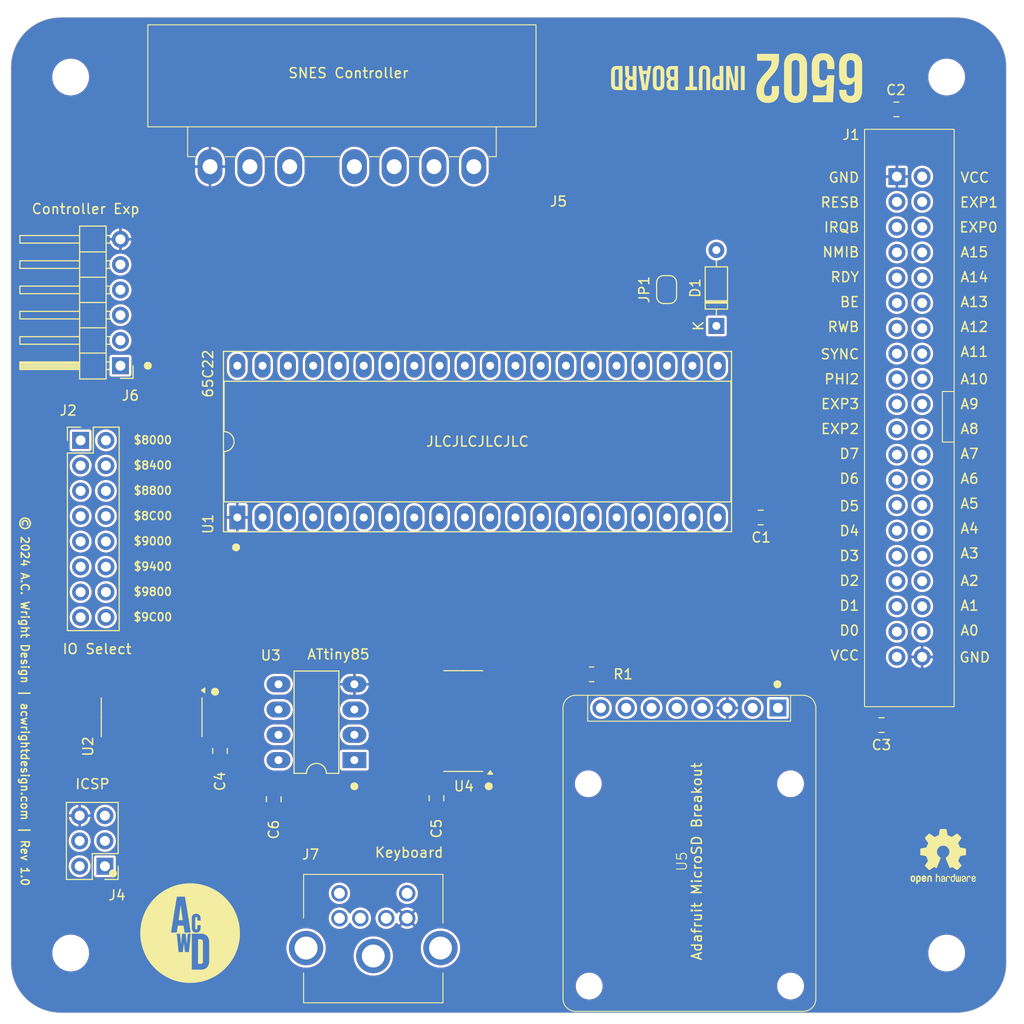
<source format=kicad_pcb>
(kicad_pcb (version 20240108) (generator "pcbnew") (generator_version "8.0")
  (title_block (title "6502 Input Board") (date "2024-06-17") (rev "1.0") (company "A.C. Wright Design"))
  (layers (0 "F.Cu" signal "Top") (31 "B.Cu" signal "Bottom") (34 "B.Paste" user) (35 "F.Paste" user) (36 "B.SilkS" user "B.Silkscreen") (37 "F.SilkS" user "F.Silkscreen") (38 "B.Mask" user) (39 "F.Mask" user) (44 "Edge.Cuts" user))
  (net 0 "")
  (net 1 "GND")
  (net 2 "VCC")
  (net 3 "A0")
  (net 4 "A1")
  (net 5 "A2")
  (net 6 "A3")
  (net 7 "A10")
  (net 8 "A11")
  (net 9 "A12")
  (net 10 "A13")
  (net 11 "A14")
  (net 12 "A15")
  (net 13 "D0")
  (net 14 "D1")
  (net 15 "D2")
  (net 16 "D3")
  (net 17 "D4")
  (net 18 "D5")
  (net 19 "D6")
  (net 20 "D7")
  (net 21 "PHI2")
  (net 22 "RWB")
  (net 23 "RESB")
  (net 24 "IRQB")
  (net 25 "Net-(D1-K)")
  (net 26 "KBD_DATA")
  (net 27 "KBD_CLK")
  (net 28 "CLK")
  (net 29 "DATA")
  (net 30 "PB0")
  (net 31 "PB1")
  (net 32 "PB2")
  (net 33 "PB3")
  (net 34 "/$8000")
  (net 35 "CSB")
  (net 36 "/$9800")
  (net 37 "/$9000")
  (net 38 "/$8400")
  (net 39 "/$8800")
  (net 40 "/$8C00")
  (net 41 "/$9C00")
  (net 42 "/$9400")
  (net 43 "CB1")
  (net 44 "PA0")
  (net 45 "PA7")
  (net 46 "PA4")
  (net 47 "PA3")
  (net 48 "PA5")
  (net 49 "PA6")
  (net 50 "PA1")
  (net 51 "PA2")
  (net 52 "PB5")
  (net 53 "PB7")
  (net 54 "PB6")
  (net 55 "PB4")
  (net 56 "CA1")
  (net 57 "/EXP3")
  (net 58 "/A5")
  (net 59 "/EXP2")
  (net 60 "/A4")
  (net 61 "/EXP1")
  (net 62 "/BE")
  (net 67 "/A7")
  (net 68 "/SYNC")
  (net 69 "/A8")
  (net 70 "/A9")
  (net 71 "/RDY")
  (net 72 "/A6")
  (net 73 "/NMIB")
  (net 74 "/EXP0")
  (footprint "MountingHole:MountingHole_3.2mm_M3" (layer "F.Cu") (at 184 56)
    (property "Reference" "H2" (hide yes))
    (property "Value" "MountingHole" (hide yes))
    (pad "" np_thru_hole circle (at 0 0) (size 3.2 3.2) (drill 3.2) (layers "*.Cu" "*.Mask"))
  )
  (footprint "MountingHole:MountingHole_3.2mm_M3" (layer "F.Cu") (at 96 144)
    (property "Reference" "H4" (hide yes))
    (property "Value" "MountingHole" (hide yes))
    (pad "" np_thru_hole circle (at 0 0) (size 3.2 3.2) (drill 3.2) (layers "*.Cu" "*.Mask"))
  )
  (footprint "MountingHole:MountingHole_3.2mm_M3" (layer "F.Cu") (at 96 56)
    (property "Reference" "H1" (hide yes))
    (property "Value" "MountingHole" (hide yes))
    (pad "" np_thru_hole circle (at 0 0) (size 3.2 3.2) (drill 3.2) (layers "*.Cu" "*.Mask"))
  )
  (footprint "MountingHole:MountingHole_3.2mm_M3" (layer "F.Cu") (at 184 144)
    (property "Reference" "H3" (hide yes))
    (property "Value" "MountingHole" (hide yes))
    (pad "" np_thru_hole circle (at 0 0) (size 3.2 3.2) (drill 3.2) (layers "*.Cu" "*.Mask"))
  )
  (footprint "Capacitor_SMD:C_0805_2012Metric" (layer "F.Cu") (at 111 123.7 -90)
    (property "Reference" "C4" (at 3.05 0 90) (layer "F.SilkS"))
    (property "Value" "100nF" (hide yes))
    (pad "1" smd roundrect (at -0.95 0 270) (size 1 1.45) (layers "F.Cu" "F.Paste" "F.Mask") (net 2 "VCC"))
    (pad "2" smd roundrect (at 0.95 0 270) (size 1 1.45) (layers "F.Cu" "F.Paste" "F.Mask") (net 1 "GND"))
  )
  (footprint "Capacitor_SMD:C_0805_2012Metric" (layer "F.Cu") (at 178.95 59.25 180)
    (property "Reference" "C2" (at 0.05 1.95 0) (layer "F.SilkS"))
    (property "Value" "100nF" (hide yes))
    (pad "1" smd roundrect (at -0.95 0 180) (size 1 1.45) (layers "F.Cu" "F.Paste" "F.Mask") (net 2 "VCC"))
    (pad "2" smd roundrect (at 0.95 0 180) (size 1 1.45) (layers "F.Cu" "F.Paste" "F.Mask") (net 1 "GND"))
  )
  (footprint "Package_SO:SOIC-16_3.9x9.9mm_P1.27mm" (layer "F.Cu") (at 135.445 120.695 180)
    (property "Reference" "U4" (at -0.055 -6.555 0) (layer "F.SilkS"))
    (property "Value" "74HC595" (hide yes))
    (pad "1" smd roundrect (at -2.475 -4.445 180) (size 1.95 0.6) (layers "F.Cu" "F.Paste" "F.Mask") (net 50 "PA1"))
    (pad "2" smd roundrect (at -2.475 -3.175 180) (size 1.95 0.6) (layers "F.Cu" "F.Paste" "F.Mask") (net 51 "PA2"))
    (pad "3" smd roundrect (at -2.475 -1.905 180) (size 1.95 0.6) (layers "F.Cu" "F.Paste" "F.Mask") (net 47 "PA3"))
    (pad "4" smd roundrect (at -2.475 -0.635 180) (size 1.95 0.6) (layers "F.Cu" "F.Paste" "F.Mask") (net 46 "PA4"))
    (pad "5" smd roundrect (at -2.475 0.635 180) (size 1.95 0.6) (layers "F.Cu" "F.Paste" "F.Mask") (net 48 "PA5"))
    (pad "6" smd roundrect (at -2.475 1.905 180) (size 1.95 0.6) (layers "F.Cu" "F.Paste" "F.Mask") (net 49 "PA6"))
    (pad "7" smd roundrect (at -2.475 3.175 180) (size 1.95 0.6) (layers "F.Cu" "F.Paste" "F.Mask") (net 45 "PA7"))
    (pad "8" smd roundrect (at -2.475 4.445 180) (size 1.95 0.6) (layers "F.Cu" "F.Paste" "F.Mask") (net 1 "GND"))
    (pad "9" smd roundrect (at 2.475 4.445 180) (size 1.95 0.6) (layers "F.Cu" "F.Paste" "F.Mask"))
    (pad "10" smd roundrect (at 2.475 3.175 180) (size 1.95 0.6) (layers "F.Cu" "F.Paste" "F.Mask") (net 2 "VCC"))
    (pad "11" smd roundrect (at 2.475 1.905 180) (size 1.95 0.6) (layers "F.Cu" "F.Paste" "F.Mask") (net 28 "CLK"))
    (pad "12" smd roundrect (at 2.475 0.635 180) (size 1.95 0.6) (layers "F.Cu" "F.Paste" "F.Mask") (net 28 "CLK"))
    (pad "13" smd roundrect (at 2.475 -0.635 180) (size 1.95 0.6) (layers "F.Cu" "F.Paste" "F.Mask") (net 1 "GND"))
    (pad "14" smd roundrect (at 2.475 -1.905 180) (size 1.95 0.6) (layers "F.Cu" "F.Paste" "F.Mask") (net 29 "DATA"))
    (pad "15" smd roundrect (at 2.475 -3.175 180) (size 1.95 0.6) (layers "F.Cu" "F.Paste" "F.Mask") (net 44 "PA0"))
    (pad "16" smd roundrect (at 2.475 -4.445 180) (size 1.95 0.6) (layers "F.Cu" "F.Paste" "F.Mask") (net 2 "VCC"))
  )
  (footprint "Connector_PinHeader_2.54mm:PinHeader_2x08_P2.54mm_Vertical" (layer "F.Cu") (at 97 92.5)
    (property "Reference" "J2" (at -1.25 -3 0) (layer "F.SilkS"))
    (property "Value" "Conn_02x08_Odd_Even" (hide yes))
    (pad "1" thru_hole rect (at 0 0) (size 1.7 1.7) (drill 1) (layers "*.Cu" "*.Mask") (net 34 "/$8000"))
    (pad "2" thru_hole oval (at 2.54 0) (size 1.7 1.7) (drill 1) (layers "*.Cu" "*.Mask") (net 35 "CSB"))
    (pad "3" thru_hole oval (at 0 2.54) (size 1.7 1.7) (drill 1) (layers "*.Cu" "*.Mask") (net 38 "/$8400"))
    (pad "4" thru_hole oval (at 2.54 2.54) (size 1.7 1.7) (drill 1) (layers "*.Cu" "*.Mask") (net 35 "CSB"))
    (pad "5" thru_hole oval (at 0 5.08) (size 1.7 1.7) (drill 1) (layers "*.Cu" "*.Mask") (net 39 "/$8800"))
    (pad "6" thru_hole oval (at 2.54 5.08) (size 1.7 1.7) (drill 1) (layers "*.Cu" "*.Mask") (net 35 "CSB"))
    (pad "7" thru_hole oval (at 0 7.62) (size 1.7 1.7) (drill 1) (layers "*.Cu" "*.Mask") (net 40 "/$8C00"))
    (pad "8" thru_hole oval (at 2.54 7.62) (size 1.7 1.7) (drill 1) (layers "*.Cu" "*.Mask") (net 35 "CSB"))
    (pad "9" thru_hole oval (at 0 10.16) (size 1.7 1.7) (drill 1) (layers "*.Cu" "*.Mask") (net 37 "/$9000"))
    (pad "10" thru_hole oval (at 2.54 10.16) (size 1.7 1.7) (drill 1) (layers "*.Cu" "*.Mask") (net 35 "CSB"))
    (pad "11" thru_hole oval (at 0 12.7) (size 1.7 1.7) (drill 1) (layers "*.Cu" "*.Mask") (net 42 "/$9400"))
    (pad "12" thru_hole oval (at 2.54 12.7) (size 1.7 1.7) (drill 1) (layers "*.Cu" "*.Mask") (net 35 "CSB"))
    (pad "13" thru_hole oval (at 0 15.24) (size 1.7 1.7) (drill 1) (layers "*.Cu" "*.Mask") (net 36 "/$9800"))
    (pad "14" thru_hole oval (at 2.54 15.24) (size 1.7 1.7) (drill 1) (layers "*.Cu" "*.Mask") (net 35 "CSB"))
    (pad "15" thru_hole oval (at 0 17.78) (size 1.7 1.7) (drill 1) (layers "*.Cu" "*.Mask") (net 41 "/$9C00"))
    (pad "16" thru_hole oval (at 2.54 17.78) (size 1.7 1.7) (drill 1) (layers "*.Cu" "*.Mask") (net 35 "CSB"))
  )
  (footprint "6502 Logos:6502 Input Board Logo 5mm" (layer "F.Cu") (at 155.526175 56.099803 180)
    (property "Reference" "G***" (hide yes))
    (property "Value" "LOGO" (hide yes))
  )
  (footprint "6502 Parts:Adafruit MicroSD Breakout" (layer "F.Cu") (at 158.16 133.35 90)
    (property "Reference" "U5" (at -1.45 -0.76 90) (layer "F.SilkS") (effects (font (thickness 0.1))))
    (property "Value" "Adafruit MicroSD Breakout" (at -1.45 0.74 90) (layer "F.SilkS"))
    (pad "" np_thru_hole circle (at -13.97 -10.07 90) (size 2.2 2.2) (drill 2.2) (layers "*.Cu" "*.Mask"))
    (pad "" np_thru_hole circle (at -13.97 10.16 90) (size 2.2 2.2) (drill 2.2) (layers "*.Cu" "*.Mask"))
    (pad "" np_thru_hole circle (at 6.35 -10.16 90) (size 2.2 2.2) (drill 2.2) (layers "*.Cu" "*.Mask"))
    (pad "" np_thru_hole circle (at 6.35 10.16 90) (size 2.2 2.2) (drill 2.2) (layers "*.Cu" "*.Mask"))
    (pad "1" thru_hole rect (at 13.97 8.89 270) (size 1.7 1.7) (drill 1) (layers "*.Cu" "*.Mask") (net 2 "VCC"))
    (pad "2" thru_hole oval (at 13.97 6.35 270) (size 1.7 1.7) (drill 1) (layers "*.Cu" "*.Mask"))
    (pad "3" thru_hole oval (at 13.97 3.81 270) (size 1.7 1.7) (drill 1) (layers "*.Cu" "*.Mask") (net 1 "GND"))
    (pad "4" thru_hole oval (at 13.97 1.27 270) (size 1.7 1.7) (drill 1) (layers "*.Cu" "*.Mask") (net 55 "PB4"))
    (pad "5" thru_hole oval (at 13.97 -1.27 270) (size 1.7 1.7) (drill 1) (layers "*.Cu" "*.Mask") (net 53 "PB7"))
    (pad "6" thru_hole oval (at 13.97 -3.81 270) (size 1.7 1.7) (drill 1) (layers "*.Cu" "*.Mask") (net 54 "PB6"))
    (pad "7" thru_hole oval (at 13.97 -6.35 270) (size 1.7 1.7) (drill 1) (layers "*.Cu" "*.Mask") (net 52 "PB5"))
    (pad "8" thru_hole oval (at 13.97 -8.89 270) (size 1.7 1.7) (drill 1) (layers "*.Cu" "*.Mask") (net 43 "CB1"))
  )
  (footprint "Capacitor_SMD:C_0805_2012Metric" (layer "F.Cu") (at 165.315 100.25 180)
    (property "Reference" "C1" (at -0.05 -2 0) (layer "F.SilkS"))
    (property "Value" "100nF" (hide yes))
    (pad "1" smd roundrect (at -0.95 0 180) (size 1 1.45) (layers "F.Cu" "F.Paste" "F.Mask") (net 1 "GND"))
    (pad "2" smd roundrect (at 0.95 0 180) (size 1 1.45) (layers "F.Cu" "F.Paste" "F.Mask") (net 2 "VCC"))
  )
  (footprint "6502 Parts:KMDGX-6S-BS" (layer "F.Cu") (at 127.7 140.5 180)
    (property "Reference" "J7" (at 7.6 6.4 0) (layer "F.SilkS"))
    (property "Value" "Keyboard" (at -2.3 6.6 0) (layer "F.SilkS"))
    (pad "1" thru_hole circle (at 0 0 180) (size 1.65 1.65) (drill 1.1) (layers "*.Cu" "*.Mask") (net 26 "KBD_DATA"))
    (pad "2" thru_hole circle (at 2.6 0 180) (size 1.65 1.65) (drill 1.1) (layers "*.Cu" "*.Mask"))
    (pad "3" thru_hole circle (at -2.1 0 180) (size 1.65 1.65) (drill 1.1) (layers "*.Cu" "*.Mask") (net 1 "GND"))
    (pad "5" thru_hole circle (at 4.7 0 180) (size 1.65 1.65) (drill 1.1) (layers "*.Cu" "*.Mask") (net 2 "VCC"))
    (pad "6" thru_hole circle (at -2.1 2.5 180) (size 1.65 1.65) (drill 1.1) (layers "*.Cu" "*.Mask") (net 27 "KBD_CLK"))
    (pad "8" thru_hole circle (at 4.7 2.5 180) (size 1.65 1.65) (drill 1.1) (layers "*.Cu" "*.Mask"))
    (pad "MH1" thru_hole circle (at -5.45 -3 180) (size 3.45 3.45) (drill 2.3) (layers "*.Cu" "*.Mask"))
    (pad "MH2" thru_hole circle (at 1.3 -3.8 180) (size 3.45 3.45) (drill 2.3) (layers "*.Cu" "*.Mask"))
    (pad "MH3" thru_hole circle (at 8.05 -3 180) (size 3.45 3.45) (drill 2.3) (layers "*.Cu" "*.Mask"))
  )
  (footprint "Package_SO:SOIC-16_3.9x9.9mm_P1.27mm" (layer "F.Cu") (at 104.135 120.315 -90)
    (property "Reference" "U2" (at 2.935 6.385 90) (layer "F.SilkS"))
    (property "Value" "74HC138" (hide yes))
    (pad "1" smd roundrect (at -2.475 -4.445 270) (size 1.95 0.6) (layers "F.Cu" "F.Paste" "F.Mask") (net 7 "A10"))
    (pad "2" smd roundrect (at -2.475 -3.175 270) (size 1.95 0.6) (layers "F.Cu" "F.Paste" "F.Mask") (net 8 "A11"))
    (pad "3" smd roundrect (at -2.475 -1.905 270) (size 1.95 0.6) (layers "F.Cu" "F.Paste" "F.Mask") (net 9 "A12"))
    (pad "4" smd roundrect (at -2.475 -0.635 270) (size 1.95 0.6) (layers "F.Cu" "F.Paste" "F.Mask") (net 10 "A13"))
    (pad "5" smd roundrect (at -2.475 0.635 270) (size 1.95 0.6) (layers "F.Cu" "F.Paste" "F.Mask") (net 11 "A14"))
    (pad "6" smd roundrect (at -2.475 1.905 270) (size 1.95 0.6) (layers "F.Cu" "F.Paste" "F.Mask") (net 12 "A15"))
    (pad "7" smd roundrect (at -2.475 3.175 270) (size 1.95 0.6) (layers "F.Cu" "F.Paste" "F.Mask") (net 41 "/$9C00"))
    (pad "8" smd roundrect (at -2.475 4.445 270) (size 1.95 0.6) (layers "F.Cu" "F.Paste" "F.Mask") (net 1 "GND"))
    (pad "9" smd roundrect (at 2.475 4.445 270) (size 1.95 0.6) (layers "F.Cu" "F.Paste" "F.Mask") (net 36 "/$9800"))
    (pad "10" smd roundrect (at 2.475 3.175 270) (size 1.95 0.6) (layers "F.Cu" "F.Paste" "F.Mask") (net 42 "/$9400"))
    (pad "11" smd roundrect (at 2.475 1.905 270) (size 1.95 0.6) (layers "F.Cu" "F.Paste" "F.Mask") (net 37 "/$9000"))
    (pad "12" smd roundrect (at 2.475 0.635 270) (size 1.95 0.6) (layers "F.Cu" "F.Paste" "F.Mask") (net 40 "/$8C00"))
    (pad "13" smd roundrect (at 2.475 -0.635 270) (size 1.95 0.6) (layers "F.Cu" "F.Paste" "F.Mask") (net 39 "/$8800"))
    (pad "14" smd roundrect (at 2.475 -1.905 270) (size 1.95 0.6) (layers "F.Cu" "F.Paste" "F.Mask") (net 38 "/$8400"))
    (pad "15" smd roundrect (at 2.475 -3.175 270) (size 1.95 0.6) (layers "F.Cu" "F.Paste" "F.Mask") (net 34 "/$8000"))
    (pad "16" smd roundrect (at 2.475 -4.445 270) (size 1.95 0.6) (layers "F.Cu" "F.Paste" "F.Mask") (net 2 "VCC"))
  )
  (footprint "A.C. Wright Logo:A.C. Wright Logo 10mm" (layer "F.Cu") (at 108 142)
    (property "Reference" "G***" (hide yes))
    (property "Value" "LOGO" (hide yes))
  )
  (footprint "Package_DIP:DIP-40_W15.24mm_Socket_LongPads" (layer "F.Cu") (at 112.74 100.24 90)
    (property "Reference" "U1" (at -0.66 -2.94 90) (layer "F.SilkS"))
    (property "Value" "65C22" (at 14.44 -2.94 90) (layer "F.SilkS"))
    (pad "1" thru_hole rect (at 0 0 90) (size 2.4 1.6) (drill 0.8) (layers "*.Cu" "*.Mask") (net 1 "GND"))
    (pad "2" thru_hole oval (at 0 2.54 90) (size 2.4 1.6) (drill 0.8) (layers "*.Cu" "*.Mask") (net 44 "PA0"))
    (pad "3" thru_hole oval (at 0 5.08 90) (size 2.4 1.6) (drill 0.8) (layers "*.Cu" "*.Mask") (net 50 "PA1"))
    (pad "4" thru_hole oval (at 0 7.62 90) (size 2.4 1.6) (drill 0.8) (layers "*.Cu" "*.Mask") (net 51 "PA2"))
    (pad "5" thru_hole oval (at 0 10.16 90) (size 2.4 1.6) (drill 0.8) (layers "*.Cu" "*.Mask") (net 47 "PA3"))
    (pad "6" thru_hole oval (at 0 12.7 90) (size 2.4 1.6) (drill 0.8) (layers "*.Cu" "*.Mask") (net 46 "PA4"))
    (pad "7" thru_hole oval (at 0 15.24 90) (size 2.4 1.6) (drill 0.8) (layers "*.Cu" "*.Mask") (net 48 "PA5"))
    (pad "8" thru_hole oval (at 0 17.78 90) (size 2.4 1.6) (drill 0.8) (layers "*.Cu" "*.Mask") (net 49 "PA6"))
    (pad "9" thru_hole oval (at 0 20.32 90) (size 2.4 1.6) (drill 0.8) (layers "*.Cu" "*.Mask") (net 45 "PA7"))
    (pad "10" thru_hole oval (at 0 22.86 90) (size 2.4 1.6) (drill 0.8) (layers "*.Cu" "*.Mask") (net 30 "PB0"))
    (pad "11" thru_hole oval (at 0 25.4 90) (size 2.4 1.6) (drill 0.8) (layers "*.Cu" "*.Mask") (net 31 "PB1"))
    (pad "12" thru_hole oval (at 0 27.94 90) (size 2.4 1.6) (drill 0.8) (layers "*.Cu" "*.Mask") (net 32 "PB2"))
    (pad "13" thru_hole oval (at 0 30.48 90) (size 2.4 1.6) (drill 0.8) (layers "*.Cu" "*.Mask") (net 33 "PB3"))
    (pad "14" thru_hole oval (at 0 33.02 90) (size 2.4 1.6) (drill 0.8) (layers "*.Cu" "*.Mask") (net 55 "PB4"))
    (pad "15" thru_hole oval (at 0 35.56 90) (size 2.4 1.6) (drill 0.8) (layers "*.Cu" "*.Mask") (net 52 "PB5"))
    (pad "16" thru_hole oval (at 0 38.1 90) (size 2.4 1.6) (drill 0.8) (layers "*.Cu" "*.Mask") (net 54 "PB6"))
    (pad "17" thru_hole oval (at 0 40.64 90) (size 2.4 1.6) (drill 0.8) (layers "*.Cu" "*.Mask") (net 53 "PB7"))
    (pad "18" thru_hole oval (at 0 43.18 90) (size 2.4 1.6) (drill 0.8) (layers "*.Cu" "*.Mask") (net 43 "CB1"))
    (pad "19" thru_hole oval (at 0 45.72 90) (size 2.4 1.6) (drill 0.8) (layers "*.Cu" "*.Mask"))
    (pad "20" thru_hole oval (at 0 48.26 90) (size 2.4 1.6) (drill 0.8) (layers "*.Cu" "*.Mask") (net 2 "VCC"))
    (pad "21" thru_hole oval (at 15.24 48.26 90) (size 2.4 1.6) (drill 0.8) (layers "*.Cu" "*.Mask") (net 25 "Net-(D1-K)"))
    (pad "22" thru_hole oval (at 15.24 45.72 90) (size 2.4 1.6) (drill 0.8) (layers "*.Cu" "*.Mask") (net 22 "RWB"))
    (pad "23" thru_hole oval (at 15.24 43.18 90) (size 2.4 1.6) (drill 0.8) (layers "*.Cu" "*.Mask") (net 35 "CSB"))
    (pad "24" thru_hole oval (at 15.24 40.64 90) (size 2.4 1.6) (drill 0.8) (layers "*.Cu" "*.Mask") (net 2 "VCC"))
    (pad "25" thru_hole oval (at 15.24 38.1 90) (size 2.4 1.6) (drill 0.8) (layers "*.Cu" "*.Mask") (net 21 "PHI2"))
    (pad "26" thru_hole oval (at 15.24 35.56 90) (size 2.4 1.6) (drill 0.8) (layers "*.Cu" "*.Mask") (net 20 "D7"))
    (pad "27" thru_hole oval (at 15.24 33.02 90) (size 2.4 1.6) (drill 0.8) (layers "*.Cu" "*.Mask") (net 19 "D6"))
    (pad "28" thru_hole oval (at 15.24 30.48 90) (size 2.4 1.6) (drill 0.8) (layers "*.Cu" "*.Mask") (net 18 "D5"))
    (pad "29" thru_hole oval (at 15.24 27.94 90) (size 2.4 1.6) (drill 0.8) (layers "*.Cu" "*.Mask") (net 17 "D4"))
    (pad "30" thru_hole oval (at 15.24 25.4 90) (size 2.4 1.6) (drill 0.8) (layers "*.Cu" "*.Mask") (net 16 "D3"))
    (pad "31" thru_hole oval (at 15.24 22.86 90) (size 2.4 1.6) (drill 0.8) (layers "*.Cu" "*.Mask") (net 15 "D2"))
    (pad "32" thru_hole oval (at 15.24 20.32 90) (size 2.4 1.6) (drill 0.8) (layers "*.Cu" "*.Mask") (net 14 "D1"))
    (pad "33" thru_hole oval (at 15.24 17.78 90) (size 2.4 1.6) (drill 0.8) (layers "*.Cu" "*.Mask") (net 13 "D0"))
    (pad "34" thru_hole oval (at 15.24 15.24 90) (size 2.4 1.6) (drill 0.8) (layers "*.Cu" "*.Mask") (net 23 "RESB"))
    (pad "35" thru_hole oval (at 15.24 12.7 90) (size 2.4 1.6) (drill 0.8) (layers "*.Cu" "*.Mask") (net 6 "A3"))
    (pad "36" thru_hole oval (at 15.24 10.16 90) (size 2.4 1.6) (drill 0.8) (layers "*.Cu" "*.Mask") (net 5 "A2"))
    (pad "37" thru_hole oval (at 15.24 7.62 90) (size 2.4 1.6) (drill 0.8) (layers "*.Cu" "*.Mask") (net 4 "A1"))
    (pad "38" thru_hole oval (at 15.24 5.08 90) (size 2.4 1.6) (drill 0.8) (layers "*.Cu" "*.Mask") (net 3 "A0"))
    (pad "39" thru_hole oval (at 15.24 2.54 90) (size 2.4 1.6) (drill 0.8) (layers "*.Cu" "*.Mask"))
    (pad "40" thru_hole oval (at 15.24 0 90) (size 2.4 1.6) (drill 0.8) (layers "*.Cu" "*.Mask") (net 56 "CA1"))
  )
  (footprint "6502 Parts:SNES Controller Port" (layer "F.Cu") (at 136.5 65 180)
    (property "Reference" "J5" (at -8.5 -3.5 0) (layer "F.SilkS"))
    (property "Value" "SNES Controller Port" (hide yes))
    (pad "1" thru_hole oval (at 0 0 180) (size 2.5 3.5) (drill 1.5) (layers "*.Cu" "*.Mask") (net 2 "VCC"))
    (pad "2" thru_hole oval (at 4 0 180) (size 2.5 3.5) (drill 1.5) (layers "*.Cu" "*.Mask") (net 30 "PB0"))
    (pad "3" thru_hole oval (at 8 0 180) (size 2.5 3.5) (drill 1.5) (layers "*.Cu" "*.Mask") (net 31 "PB1"))
    (pad "4" thru_hole oval (at 12 0 180) (size 2.5 3.5) (drill 1.5) (layers "*.Cu" "*.Mask") (net 32 "PB2"))
    (pad "5" thru_hole oval (at 18.5 0 180) (size 2.5 3.5) (drill 1.5) (layers "*.Cu" "*.Mask"))
    (pad "6" thru_hole oval (at 22.5 0 180) (size 2.5 3.5) (drill 1.5) (layers "*.Cu" "*.Mask"))
    (pad "7" thru_hole oval (at 26.5 0 180) (size 2.5 3.5) (drill 1.5) (layers "*.Cu" "*.Mask") (net 1 "GND"))
  )
  (footprint "Symbol:OSHW-Logo2_7.3x6mm_SilkScreen" (layer "F.Cu") (at 183.65 134.3)
    (property "Reference" "REF**" (hide yes))
    (property "Value" "OSHW-Logo2_7.3x6mm_SilkScreen" (hide yes))
  )
  (footprint "Capacitor_SMD:C_0805_2012Metric" (layer "F.Cu") (at 177.45 121.1 180)
    (property "Reference" "C3" (at 0 -2 0) (layer "F.SilkS"))
    (property "Value" "100nF" (hide yes))
    (pad "1" smd roundrect (at -0.95 0 180) (size 1 1.45) (layers "F.Cu" "F.Paste" "F.Mask") (net 1 "GND"))
    (pad "2" smd roundrect (at 0.95 0 180) (size 1 1.45) (layers "F.Cu" "F.Paste" "F.Mask") (net 2 "VCC"))
  )
  (footprint "Diode_THT:D_DO-35_SOD27_P7.62mm_Horizontal" (layer "F.Cu") (at 160.865 81 90)
    (property "Reference" "D1" (at 3.81 -2.12 90) (layer "F.SilkS"))
    (property "Value" "D_Schottky" (hide yes))
    (fp_text user "K" (at 0 -1.8 90) (layer "F.SilkS"))
    (pad "1" thru_hole rect (at 0 0 90) (size 1.6 1.6) (drill 0.8) (layers "*.Cu" "*.Mask") (net 25 "Net-(D1-K)"))
    (pad "2" thru_hole oval (at 7.62 0 90) (size 1.6 1.6) (drill 0.8) (layers "*.Cu" "*.Mask") (net 24 "IRQB"))
  )
  (footprint "Connector_PinHeader_2.54mm:PinHeader_2x03_P2.54mm_Vertical" (layer "F.Cu") (at 99.44 135.28 180)
    (property "Reference" "J4" (at -1.21 -2.92 0) (layer "F.SilkS"))
    (property "Value" "ICSP" (at 1.25 8.25 0) (layer "F.SilkS"))
    (pad "1" thru_hole rect (at 0 0 180) (size 1.7 1.7) (drill 1) (layers "*.Cu" "*.Mask") (net 29 "DATA"))
    (pad "2" thru_hole oval (at 2.54 0 180) (size 1.7 1.7) (drill 1) (layers "*.Cu" "*.Mask") (net 2 "VCC"))
    (pad "3" thru_hole oval (at 0 2.54 180) (size 1.7 1.7) (drill 1) (layers "*.Cu" "*.Mask") (net 27 "KBD_CLK"))
    (pad "4" thru_hole oval (at 2.54 2.54 180) (size 1.7 1.7) (drill 1) (layers "*.Cu" "*.Mask") (net 28 "CLK"))
    (pad "5" thru_hole oval (at 0 5.08 180) (size 1.7 1.7) (drill 1) (layers "*.Cu" "*.Mask") (net 23 "RESB"))
    (pad "6" thru_hole oval (at 2.54 5.08 180) (size 1.7 1.7) (drill 1) (layers "*.Cu" "*.Mask") (net 1 "GND"))
  )
  (footprint "Package_DIP:DIP-8_W7.62mm_LongPads" (layer "F.Cu") (at 124.5 124.62 180)
    (property "Reference" "U3" (at 8.4 10.52 180) (layer "F.SilkS"))
    (property "Value" "ATtiny85" (at 1.6 10.62 180) (layer "F.SilkS"))
    (pad "1" thru_hole rect (at 0 0 180) (size 2.4 1.6) (drill 0.8) (layers "*.Cu" "*.Mask") (net 23 "RESB"))
    (pad "2" thru_hole oval (at 0 2.54 180) (size 2.4 1.6) (drill 0.8) (layers "*.Cu" "*.Mask") (net 26 "KBD_DATA"))
    (pad "3" thru_hole oval (at 0 5.08 180) (size 2.4 1.6) (drill 0.8) (layers "*.Cu" "*.Mask") (net 56 "CA1"))
    (pad "4" thru_hole oval (at 0 7.62 180) (size 2.4 1.6) (drill 0.8) (layers "*.Cu" "*.Mask") (net 1 "GND"))
    (pad "5" thru_hole oval (at 7.62 7.62 180) (size 2.4 1.6) (drill 0.8) (layers "*.Cu" "*.Mask") (net 28 "CLK"))
    (pad "6" thru_hole oval (at 7.62 5.08 180) (size 2.4 1.6) (drill 0.8) (layers "*.Cu" "*.Mask") (net 29 "DATA"))
    (pad "7" thru_hole oval (at 7.62 2.54 180) (size 2.4 1.6) (drill 0.8) (layers "*.Cu" "*.Mask") (net 27 "KBD_CLK"))
    (pad "8" thru_hole oval (at 7.62 0 180) (size 2.4 1.6) (drill 0.8) (layers "*.Cu" "*.Mask") (net 2 "VCC"))
  )
  (footprint "6502 Parts:6502 Bus Connector" (layer "F.Cu") (at 179 66)
    (property "Reference" "J1" (at -4.6 -4.2 0) (layer "F.SilkS"))
    (property "Value" "6502 Bus" (hide yes))
    (pad "1" thru_hole rect (at 0 0) (size 1.7 1.7) (drill 1) (layers "*.Cu" "*.Mask") (net 1 "GND"))
    (pad "2" thru_hole oval (at 2.54 0) (size 1.7 1.7) (drill 1) (layers "*.Cu" "*.Mask") (net 2 "VCC"))
    (pad "3" thru_hole oval (at 0 2.54) (size 1.7 1.7) (drill 1) (layers "*.Cu" "*.Mask") (net 23 "RESB"))
    (pad "4" thru_hole oval (at 2.54 2.54) (size 1.7 1.7) (drill 1) (layers "*.Cu" "*.Mask") (net 61 "/EXP1"))
    (pad "5" thru_hole oval (at 0 5.08) (size 1.7 1.7) (drill 1) (layers "*.Cu" "*.Mask") (net 24 "IRQB"))
    (pad "6" thru_hole oval (at 2.54 5.08) (size 1.7 1.7) (drill 1) (layers "*.Cu" "*.Mask") (net 74 "/EXP0"))
    (pad "7" thru_hole oval (at 0 7.62) (size 1.7 1.7) (drill 1) (layers "*.Cu" "*.Mask") (net 73 "/NMIB"))
    (pad "8" thru_hole oval (at 2.54 7.62) (size 1.7 1.7) (drill 1) (layers "*.Cu" "*.Mask") (net 12 "A15"))
    (pad "9" thru_hole oval (at 0 10.16) (size 1.7 1.7) (drill 1) (layers "*.Cu" "*.Mask") (net 71 "/RDY"))
    (pad "10" thru_hole oval (at 2.54 10.16) (size 1.7 1.7) (drill 1) (layers "*.Cu" "*.Mask") (net 11 "A14"))
    (pad "11" thru_hole oval (at 0 12.7) (size 1.7 1.7) (drill 1) (layers "*.Cu" "*.Mask") (net 62 "/BE"))
    (pad "12" thru_hole oval (at 2.54 12.7) (size 1.7 1.7) (drill 1) (layers "*.Cu" "*.Mask") (net 10 "A13"))
    (pad "13" thru_hole oval (at 0 15.24) (size 1.7 1.7) (drill 1) (layers "*.Cu" "*.Mask") (net 22 "RWB"))
    (pad "14" thru_hole oval (at 2.54 15.24) (size 1.7 1.7) (drill 1) (layers "*.Cu" "*.Mask") (net 9 "A12"))
    (pad "15" thru_hole oval (at 0 17.78) (size 1.7 1.7) (drill 1) (layers "*.Cu" "*.Mask") (net 68 "/SYNC"))
    (pad "16" thru_hole oval (at 2.54 17.78) (size 1.7 1.7) (drill 1) (layers "*.Cu" "*.Mask") (net 8 "A11"))
    (pad "17" thru_hole oval (at 0 20.32) (size 1.7 1.7) (drill 1) (layers "*.Cu" "*.Mask") (net 21 "PHI2"))
    (pad "18" thru_hole oval (at 2.54 20.32) (size 1.7 1.7) (drill 1) (layers "*.Cu" "*.Mask") (net 7 "A10"))
    (pad "19" thru_hole oval (at 0 22.86) (size 1.7 1.7) (drill 1) (layers "*.Cu" "*.Mask") (net 57 "/EXP3"))
    (pad "20" thru_hole oval (at 2.54 22.86) (size 1.7 1.7) (drill 1) (layers "*.Cu" "*.Mask") (net 70 "/A9"))
    (pad "21" thru_hole oval (at 0 25.4) (size 1.7 1.7) (drill 1) (layers "*.Cu" "*.Mask") (net 59 "/EXP2"))
    (pad "22" thru_hole oval (at 2.54 25.4) (size 1.7 1.7) (drill 1) (layers "*.Cu" "*.Mask") (net 69 "/A8"))
    (pad "23" thru_hole oval (at 0 27.94) (size 1.7 1.7) (drill 1) (layers "*.Cu" "*.Mask") (net 20 "D7"))
    (pad "24" thru_hole oval (at 2.54 27.94) (size 1.7 1.7) (drill 1) (layers "*.Cu" "*.Mask") (net 67 "/A7"))
    (pad "25" thru_hole oval (at 0 30.48) (size 1.7 1.7) (drill 1) (layers "*.Cu" "*.Mask") (net 19 "D6"))
    (pad "26" thru_hole oval (at 2.54 30.48) (size 1.7 1.7) (drill 1) (layers "*.Cu" "*.Mask") (net 72 "/A6"))
    (pad "27" thru_hole oval (at 0 33.02) (size 1.7 1.7) (drill 1) (layers "*.Cu" "*.Mask") (net 18 "D5"))
    (pad "28" thru_hole oval (at 2.54 33.02) (size 1.7 1.7) (drill 1) (layers "*.Cu" "*.Mask") (net 58 "/A5"))
    (pad "29" thru_hole oval (at 0 35.56) (size 1.7 1.7) (drill 1) (layers "*.Cu" "*.Mask") (net 17 "D4"))
    (pad "30" thru_hole oval (at 2.54 35.56) (size 1.7 1.7) (drill 1) (layers "*.Cu" "*.Mask") (net 60 "/A4"))
    (pad "31" thru_hole oval (at 0 38.1) (size 1.7 1.7) (drill 1) (layers "*.Cu" "*.Mask") (net 16 "D3"))
    (pad "32" thru_hole oval (at 2.54 38.1) (size 1.7 1.7) (drill 1) (layers "*.Cu" "*.Mask") (net 6 "A3"))
    (pad "33" thru_hole oval (at 0 40.64) (size 1.7 1.7) (drill 1) (layers "*.Cu" "*.Mask") (net 15 "D2"))
    (pad "34" thru_hole oval (at 2.54 40.64) (size 1.7 1.7) (drill 1) (layers "*.Cu" "*.Mask") (net 5 "A2"))
    (pad "35" thru_hole oval (at 0 43.18) (size 1.7 1.7) (drill 1) (layers "*.Cu" "*.Mask") (net 14 "D1"))
    (pad "36" thru_hole oval (at 2.54 43.18) (size 1.7 1.7) (drill 1) (layers "*.Cu" "*.Mask") (net 4 "A1"))
    (pad "37" thru_hole oval (at 0 45.72) (size 1.7 1.7) (drill 1) (layers "*.Cu" "*.Mask") (net 13 "D0"))
    (pad "38" thru_hole oval (at 2.54 45.72) (size 1.7 1.7) (drill 1) (layers "*.Cu" "*.Mask") (net 3 "A0"))
    (pad "39" thru_hole oval (at 0 48.26) (size 1.7 1.7) (drill 1) (layers "*.Cu" "*.Mask") (net 2 "VCC"))
    (pad "40" thru_hole oval (at 2.54 48.26) (size 1.7 1.7) (drill 1) (layers "*.Cu" "*.Mask") (net 1 "GND"))
  )
  (footprint "Jumper:SolderJumper-2_P1.3mm_Bridged_RoundedPad1.0x1.5mm" (layer "F.Cu") (at 155.865 77.35 90)
    (property "Reference" "JP1" (at 0 -2.25 90) (layer "F.SilkS"))
    (property "Value" "SolderJumper_2_Bridged" (hide yes))
    (fp_poly (pts (xy 0.25 -0.3) (xy -0.25 -0.3) (xy -0.25 0.3) (xy 0.25 0.3)) (fill solid) (layer "F.Cu"))
    (pad "1" smd custom (at -0.65 0 90) (size 1 0.5) (layers "F.Cu" "F.Mask") (net 25 "Net-(D1-K)") (options (clearance outline) (anchor rect)) (primitives (gr_circle (center 0 0.25) (end 0.5 0.25) (width 0) (fill yes)) (gr_circle (center 0 -0.25) (end 0.5 -0.25) (width 0) (fill yes)) (gr_poly (pts (xy 0.5 0.75) (xy 0 0.75) (xy 0 -0.75) (xy 0.5 -0.75)) (width 0) (fill yes))))
    (pad "2" smd custom (at 0.65 0 90) (size 1 0.5) (layers "F.Cu" "F.Mask") (net 24 "IRQB") (options (clearance outline) (anchor rect)) (primitives (gr_circle (center 0 0.25) (end 0.5 0.25) (width 0) (fill yes)) (gr_circle (center 0 -0.25) (end 0.5 -0.25) (width 0) (fill yes)) (gr_poly (pts (xy 0 0.75) (xy -0.5 0.75) (xy -0.5 -0.75) (xy 0 -0.75)) (width 0) (fill yes))))
  )
  (footprint "Connector_PinHeader_2.54mm:PinHeader_1x06_P2.54mm_Horizontal" (layer "F.Cu") (at 101 85 180)
    (property "Reference" "J6" (at -1 -3 0) (layer "F.SilkS"))
    (property "Value" "Controller Exp" (at 3.5 15.75 0) (layer "F.SilkS"))
    (pad "1" thru_hole rect (at 0 0 180) (size 1.7 1.7) (drill 1) (layers "*.Cu" "*.Mask") (net 2 "VCC"))
    (pad "2" thru_hole oval (at 0 2.54 180) (size 1.7 1.7) (drill 1) (layers "*.Cu" "*.Mask") (net 30 "PB0"))
    (pad "3" thru_hole oval (at 0 5.08 180) (size 1.7 1.7) (drill 1) (layers "*.Cu" "*.Mask") (net 31 "PB1"))
    (pad "4" thru_hole oval (at 0 7.62 180) (size 1.7 1.7) (drill 1) (layers "*.Cu" "*.Mask") (net 32 "PB2"))
    (pad "5" thru_hole oval (at 0 10.16 180) (size 1.7 1.7) (drill 1) (layers "*.Cu" "*.Mask") (net 33 "PB3"))
    (pad "6" thru_hole oval (at 0 12.7 180) (size 1.7 1.7) (drill 1) (layers "*.Cu" "*.Mask") (net 1 "GND"))
  )
  (footprint "Capacitor_SMD:C_0805_2012Metric" (layer "F.Cu") (at 116.4 128.55 -90)
    (property "Reference" "C6" (at 3.05 0 90) (layer "F.SilkS"))
    (property "Value" "100nF" (hide yes))
    (pad "1" smd roundrect (at -0.95 0 270) (size 1 1.45) (layers "F.Cu" "F.Paste" "F.Mask") (net 2 "VCC"))
    (pad "2" smd roundrect (at 0.95 0 270) (size 1 1.45) (layers "F.Cu" "F.Paste" "F.Mask") (net 1 "GND"))
  )
  (footprint "Capacitor_SMD:C_0805_2012Metric" (layer "F.Cu") (at 132.75 128.45 -90)
    (property "Reference" "C5" (at 3.05 0 90) (layer "F.SilkS"))
    (property "Value" "100nF" (hide yes))
    (pad "1" smd roundrect (at -0.95 0 270) (size 1 1.45) (layers "F.Cu" "F.Paste" "F.Mask") (net 2 "VCC"))
    (pad "2" smd roundrect (at 0.95 0 270) (size 1 1.45) (layers "F.Cu" "F.Paste" "F.Mask") (net 1 "GND"))
  )
  (footprint "Resistor_SMD:R_0805_2012Metric" (layer "F.Cu") (at 148.3375 116)
    (property "Reference" "R1" (at 3.1625 0 0) (layer "F.SilkS"))
    (property "Value" "10k" (hide yes))
    (pad "1" smd roundrect (at -0.9125 0) (size 1.025 1.4) (layers "F.Cu" "F.Paste" "F.Mask") (roundrect_rratio 0.243902) (net 2 "VCC"))
    (pad "2" smd roundrect (at 0.9125 0) (size 1.025 1.4) (layers "F.Cu" "F.Paste" "F.Mask") (roundrect_rratio 0.243902) (net 43 "CB1"))
  )
  (gr_circle (center 167 117) (end 167.2 117) (stroke (width 0.4)) (fill none) (layer "F.SilkS"))
  (gr_circle (center 112.615 103.25) (end 112.815 103.25) (stroke (width 0.4)) (fill none) (layer "F.SilkS"))
  (gr_circle (center 124.5 127.25) (end 124.7 127.25) (stroke (width 0.4)) (fill none) (layer "F.SilkS"))
  (gr_circle (center 103.75 85) (end 103.95 85) (stroke (width 0.4)) (fill none) (layer "F.SilkS"))
  (gr_circle (center 100.25 136) (end 100.45 136) (stroke (width 0.4)) (fill none) (layer "F.SilkS"))
  (gr_circle (center 110.5 117.75) (end 110.7 117.75) (stroke (width 0.4)) (fill none) (layer "F.SilkS"))
  (gr_circle (center 138 127.25) (end 138.2 127.25) (stroke (width 0.4)) (fill none) (layer "F.SilkS"))
  (gr_line (start 90.0011 145.0036) (end 90.0011 55.0036) (stroke (width 0.05)) (layer "Edge.Cuts"))
  (gr_arc (start 95.0011 150.0036) (mid 91.465566 148.539134) (end 90.0011 145.0036) (stroke (width 0.05)) (layer "Edge.Cuts"))
  (gr_line (start 190.0011 55.0036) (end 190.0011 145.0036) (stroke (width 0.05)) (layer "Edge.Cuts"))
  (gr_arc (start 190.0011 145.0036) (mid 188.536634 148.539134) (end 185.0011 150.0036) (stroke (width 0.05)) (layer "Edge.Cuts"))
  (gr_arc (start 185.0011 50.0036) (mid 188.536634 51.468066) (end 190.0011 55.0036) (stroke (width 0.05)) (layer "Edge.Cuts"))
  (gr_line (start 95.0011 50.0036) (end 185.0011 50.0036) (stroke (width 0.05)) (layer "Edge.Cuts"))
  (gr_line (start 185.0011 150.0036) (end 95.0011 150.0036) (stroke (width 0.05)) (layer "Edge.Cuts"))
  (gr_arc (start 90.0011 55.0036) (mid 91.465566 51.468066) (end 95.0011 50.0036) (stroke (width 0.05)) (layer "Edge.Cuts"))
  (gr_text "VCC" (at 175.3 114.1 0) (layer "F.SilkS") (effects (font (size 1 1)) (justify right)))
  (gr_text "A10" (at 185.3 86.35 0) (layer "F.SilkS") (effects (font (size 1 1)) (justify left)))
  (gr_text "A2" (at 185.3 106.6 0) (layer "F.SilkS") (effects (font (size 1 1)) (justify left)))
  (gr_text "GND\n" (at 175.3 66.1 0) (layer "F.SilkS") (effects (font (size 1 1)) (justify right)))
  (gr_text "D0" (at 175.3 111.6 0) (layer "F.SilkS") (effects (font (size 1 1)) (justify right)))
  (gr_text "$8400" (at 104.25 95.01 0) (layer "F.SilkS") (effects (font (size 0.8 0.8))))
  (gr_text "$8000" (at 104.25 92.47 0) (layer "F.SilkS") (effects (font (size 0.8 0.8))))
  (gr_text "RWB" (at 175.3 81.1 0) (layer "F.SilkS") (effects (font (size 1 1)) (justify right)))
  (gr_text "BE" (at 175.3 78.6 0) (layer "F.SilkS") (effects (font (size 1 1)) (justify right)))
  (gr_text "RESB" (at 175.3 68.6 0) (layer "F.SilkS") (effects (font (size 1 1)) (justify right)))
  (gr_text "$9C00" (at 104.25 110.25 0) (layer "F.SilkS") (effects (font (size 0.8 0.8))))
  (gr_text "A3" (at 185.3 103.85 0) (layer "F.SilkS") (effects (font (size 1 1)) (justify left)))
  (gr_text "EXP2" (at 175.3 91.35 0) (layer "F.SilkS") (effects (font (size 1 1)) (justify right)))
  (gr_text "D5" (at 175.3 99.1 0) (layer "F.SilkS") (effects (font (size 1 1)) (justify right)))
  (gr_text "A13" (at 185.3 78.6 0) (layer "F.SilkS") (effects (font (size 1 1)) (justify left)))
  (gr_text "D2" (at 175.3 106.6 0) (layer "F.SilkS") (effects (font (size 1 1)) (justify right)))
  (gr_text "D3" (at 175.3 104.1 0) (layer "F.SilkS") (effects (font (size 1 1)) (justify right)))
  (gr_text "EXP0" (at 185.2 71.1 0) (layer "F.SilkS") (effects (font (size 1 1)) (justify left)))
  (gr_text "A6" (at 185.3 96.35 0) (layer "F.SilkS") (effects (font (size 1 1)) (justify left)))
  (gr_text "A7" (at 185.3 93.85 0) (layer "F.SilkS") (effects (font (size 1 1)) (justify left)))
  (gr_text "$8C00" (at 104.25 100.09 0) (layer "F.SilkS") (effects (font (size 0.8 0.8))))
  (gr_text "JLCJLCJLCJLC" (at 136.865 92.615 0) (layer "F.SilkS") (effects (font (size 1 1))))
  (gr_text "A0" (at 185.3 111.6 0) (layer "F.SilkS") (effects (font (size 1 1)) (justify left)))
  (gr_text "D7" (at 175.3 93.85 0) (layer "F.SilkS") (effects (font (size 1 1)) (justify right)))
  (gr_text "D6" (at 175.3 96.35 0) (layer "F.SilkS") (effects (font (size 1 1)) (justify right)))
  (gr_text "$9000" (at 104.25 102.63 0) (layer "F.SilkS") (effects (font (size 0.8 0.8))))
  (gr_text "A11" (at 185.3 83.6 0) (layer "F.SilkS") (effects (font (size 1 1)) (justify left)))
  (gr_text "A12" (at 185.3 81.1 0) (layer "F.SilkS") (effects (font (size 1 1)) (justify left)))
  (gr_text "SYNC" (at 175.3 83.85 0) (layer "F.SilkS") (effects (font (size 1 1)) (justify right)))
  (gr_text "D4" (at 175.3 101.6 0) (layer "F.SilkS") (effects (font (size 1 1)) (justify right)))
  (gr_text "IRQB" (at 175.3 71.1 0) (layer "F.SilkS") (effects (font (size 1 1)) (justify right)))
  (gr_text "A9" (at 185.3 88.85 0) (layer "F.SilkS") (effects (font (size 1 1)) (justify left)))
  (gr_text "A14" (at 185.3 76.1 0) (layer "F.SilkS") (effects (font (size 1 1)) (justify left)))
  (gr_text "EXP1" (at 185.25 68.6 0) (layer "F.SilkS") (effects (font (size 1 1)) (justify left)))
  (gr_text "GND\n" (at 185.2 114.3 0) (layer "F.SilkS") (effects (font (size 1 1)) (justify left)))
  (gr_text "SNES Controller" (at 123.9 55.6 0) (layer "F.SilkS") (effects (font (size 1 1))))
  (gr_text "IO Select" (at 95.1 113.46 0) (layer "F.SilkS") (effects (font (size 1 1)) (justify left)))
  (gr_text "A1" (at 185.3 109.1 0) (layer "F.SilkS") (effects (font (size 1 1)) (justify left)))
  (gr_text "RDY" (at 175.3 76.1 0) (layer "F.SilkS") (effects (font (size 1 1)) (justify right)))
  (gr_text "A8" (at 185.3 91.35 0) (layer "F.SilkS") (effects (font (size 1 1)) (justify left)))
  (gr_text "NMIB" (at 175.3 73.6 0) (layer "F.SilkS") (effects (font (size 1 1)) (justify right)))
  (gr_text "D1" (at 175.3 109.1 0) (layer "F.SilkS") (effects (font (size 1 1)) (justify right)))
  (gr_text "EXP3" (at 175.3 88.85 0) (layer "F.SilkS") (effects (font (size 1 1)) (justify right)))
  (gr_text "$9800" (at 104.25 107.71 0) (layer "F.SilkS") (effects (font (size 0.8 0.8))))
  (gr_text "VCC" (at 185.3 66.1 0) (layer "F.SilkS") (effects (font (size 1 1)) (justify left)))
  (gr_text "$8800" (at 104.25 97.55 0) (layer "F.SilkS") (effects (font (size 0.8 0.8))))
  (gr_text "A15" (at 185.3 73.6 0) (layer "F.SilkS") (effects (font (size 1 1)) (justify left)))
  (gr_text "PHI2" (at 175.3 86.35 0) (layer "F.SilkS") (effects (font (size 1 1)) (justify right)))
  (gr_text "$9400" (at 104.25 105.17 0) (layer "F.SilkS") (effects (font (size 0.8 0.8))))
  (gr_text "© 2024 A.C. Wright Design | acwrightdesign.com | Rev 1.0" (at 91.4 118.7 -90) (layer "F.SilkS") (effects (font (size 0.8 0.8))))
  (gr_text "A5" (at 185.3 98.85 0) (layer "F.SilkS") (effects (font (size 1 1)) (justify left)))
  (gr_text "A4" (at 185.3 101.35 0) (layer "F.SilkS") (effects (font (size 1 1)) (justify left)))
  (segment (start 174.92 86.22) (end 174.9 86.2) (width 0.2) (layer "B.Cu") (net 1))
  (segment (start 178.98 111.7) (end 179 111.72) (width 0.2) (layer "F.Cu") (net 13))
  (segment (start 178.96 101.6) (end 179 101.56) (width 0.2) (layer "F.Cu") (net 17))
  (segment (start 178.92 99.1) (end 179 99.02) (width 0.2) (layer "F.Cu") (net 18))
  (segment (start 178.96 81.2) (end 179 81.24) (width 0.2) (layer "F.Cu") (net 22))
  (segment (start 179 71.08) (end 178.92 71) (width 0.2) (layer "F.Cu") (net 24))
  (segment (start 178.96 76.2) (end 179 76.16) (width 0.2) (layer "F.Cu") (net 71))
  (zone (net 1) (net_name "GND") (layer "F.Cu") (connect_pads (clearance 0.254)) (min_thickness 0.254) (fill yes (thermal_gap 0.254) (thermal_bridge_width 0.254))
    (polygon (pts (xy 191.77 151.13) (xy 88.9 151.13) (xy 88.9 48.26) (xy 191.77 48.26)))
  )
  (zone (net 1) (net_name "GND") (layer "B.Cu") (connect_pads (clearance 0.254)) (min_thickness 0.254) (fill yes (thermal_gap 0.254) (thermal_bridge_width 0.254))
    (polygon (pts (xy 191.77 151.13) (xy 88.9 151.13) (xy 88.9 48.26) (xy 191.77 48.26)))
  )
)
</source>
